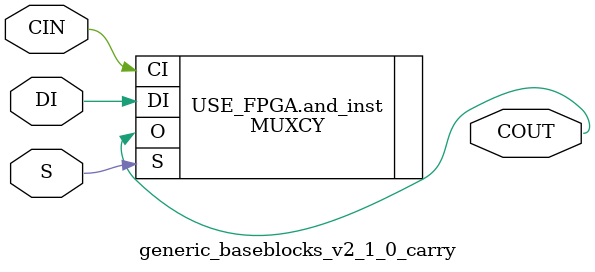
<source format=v>
`timescale 1ps/1ps


(* DowngradeIPIdentifiedWarnings="yes" *) 
module generic_baseblocks_v2_1_0_carry #
  (
   parameter         C_FAMILY                         = "virtex6"
                       // FPGA Family. Current version: virtex6 or spartan6.
   )
  (
   input  wire        CIN,
   input  wire        S,
   input  wire        DI,
   output wire        COUT
   );
  
  
  /////////////////////////////////////////////////////////////////////////////
  // Variables for generating parameter controlled instances.
  /////////////////////////////////////////////////////////////////////////////
  
  
  /////////////////////////////////////////////////////////////////////////////
  // Local params
  /////////////////////////////////////////////////////////////////////////////
  
  
  /////////////////////////////////////////////////////////////////////////////
  // Functions
  /////////////////////////////////////////////////////////////////////////////
  
  
  /////////////////////////////////////////////////////////////////////////////
  // Internal signals
  /////////////////////////////////////////////////////////////////////////////
  
  
  /////////////////////////////////////////////////////////////////////////////
  // Instantiate or use RTL code
  /////////////////////////////////////////////////////////////////////////////
  
  generate
    if ( C_FAMILY == "rtl" ) begin : USE_RTL
      assign COUT = (CIN & S) | (DI & ~S);
      
    end else begin : USE_FPGA
    
      MUXCY and_inst 
      (
       .O (COUT), 
       .CI (CIN), 
       .DI (DI), 
       .S (S)
      ); 
      
    end
  endgenerate
  
  
endmodule

</source>
